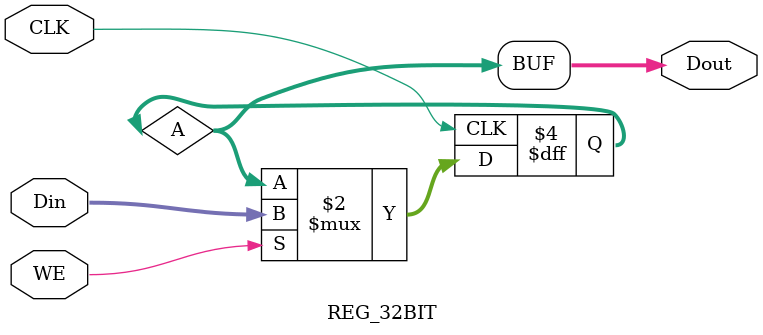
<source format=v>
module REG_32BIT(Dout,Din,CLK,WE);

input wire [31:0] Din;
output wire [31:0] Dout;
input wire CLK,WE;

reg [31:0] A;

always @(posedge CLK) begin
	if(WE) begin
	A<=Din;
	end
end

assign Dout=A;

endmodule

</source>
